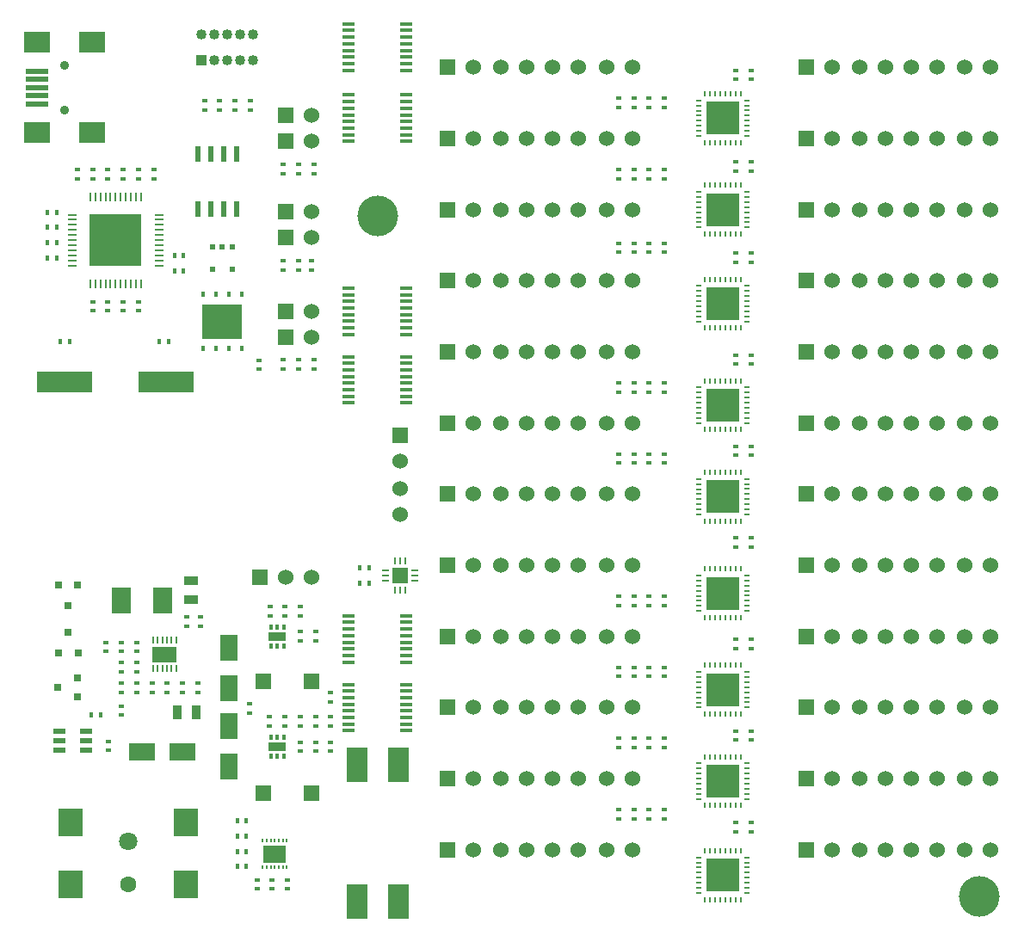
<source format=gts>
%TF.FileFunction,Soldermask,Top*%
%FSLAX46Y46*%
G04 Gerber Fmt 4.6, Leading zero omitted, Abs format (unit mm)*
G04 Created by KiCad (PCBNEW (2014-10-18 BZR 5203)-product) date 11/17/2014 11:17:48 AM*
%MOMM*%
G01*
G04 APERTURE LIST*
%ADD10C,0.150000*%
%ADD11C,0.900000*%
%ADD12R,2.250000X0.500000*%
%ADD13R,2.500000X2.000000*%
%ADD14R,2.499360X1.800860*%
%ADD15R,1.800860X2.499360*%
%ADD16C,1.016000*%
%ADD17R,1.016000X1.016000*%
%ADD18R,1.524000X1.524000*%
%ADD19C,1.524000*%
%ADD20R,2.000000X3.500000*%
%ADD21R,0.700000X0.250000*%
%ADD22R,0.250000X0.700000*%
%ADD23R,1.650000X1.650000*%
%ADD24R,0.840000X0.230000*%
%ADD25R,0.230000X0.840000*%
%ADD26R,5.200000X5.200000*%
%ADD27R,1.270000X0.381000*%
%ADD28R,0.599440X0.248920*%
%ADD29R,0.248920X0.599440*%
%ADD30R,3.299460X3.299460*%
%ADD31R,5.500000X2.000000*%
%ADD32R,0.599440X0.398780*%
%ADD33R,0.398780X0.599440*%
%ADD34R,0.800100X0.800100*%
%ADD35R,0.600000X1.550000*%
%ADD36R,0.400000X0.600000*%
%ADD37R,4.000000X3.400000*%
%ADD38R,1.700000X0.950000*%
%ADD39R,0.400000X0.470000*%
%ADD40R,2.300000X1.700000*%
%ADD41R,0.200000X0.400000*%
%ADD42R,1.220000X0.620000*%
%ADD43R,2.380000X1.650000*%
%ADD44R,0.889000X1.397000*%
%ADD45R,1.397000X0.889000*%
%ADD46R,0.500000X0.600000*%
%ADD47C,1.600000*%
%ADD48C,1.800000*%
%ADD49R,2.400000X2.800000*%
%ADD50C,4.000000*%
%ADD51R,1.895000X2.500000*%
%ADD52R,1.500000X1.500000*%
G04 APERTURE END LIST*
D10*
D11*
X91000000Y-65200000D03*
X91000000Y-60800000D03*
D12*
X88275000Y-64600000D03*
X88275000Y-63800000D03*
X88275000Y-63000000D03*
X88275000Y-62200000D03*
X88275000Y-61400000D03*
D13*
X88275000Y-67450000D03*
X88275000Y-58550000D03*
X93725000Y-67450000D03*
X93725000Y-58550000D03*
D14*
X98581020Y-128340000D03*
X102578980Y-128340000D03*
D15*
X107160000Y-118101020D03*
X107160000Y-122098980D03*
X107160000Y-125851020D03*
X107160000Y-129848980D03*
D16*
X108270000Y-60270000D03*
D17*
X104460000Y-60270000D03*
D16*
X104460000Y-57730000D03*
X105730000Y-60270000D03*
X105730000Y-57730000D03*
X107000000Y-60270000D03*
X107000000Y-57730000D03*
X108270000Y-57730000D03*
X109540000Y-60270000D03*
X109540000Y-57730000D03*
D18*
X128680000Y-61000000D03*
D19*
X131220000Y-61000000D03*
X133940000Y-61000000D03*
X136480000Y-61000000D03*
X139020000Y-61000000D03*
X141560000Y-61000000D03*
X144280000Y-61000000D03*
X146820000Y-61000000D03*
D18*
X163930000Y-61000000D03*
D19*
X166470000Y-61000000D03*
X169190000Y-61000000D03*
X171730000Y-61000000D03*
X174270000Y-61000000D03*
X176810000Y-61000000D03*
X179530000Y-61000000D03*
X182070000Y-61000000D03*
D18*
X128680000Y-89000000D03*
D19*
X131220000Y-89000000D03*
X133940000Y-89000000D03*
X136480000Y-89000000D03*
X139020000Y-89000000D03*
X141560000Y-89000000D03*
X144280000Y-89000000D03*
X146820000Y-89000000D03*
D18*
X163930000Y-89000000D03*
D19*
X166470000Y-89000000D03*
X169190000Y-89000000D03*
X171730000Y-89000000D03*
X174270000Y-89000000D03*
X176810000Y-89000000D03*
X179530000Y-89000000D03*
X182070000Y-89000000D03*
D18*
X128680000Y-117000000D03*
D19*
X131220000Y-117000000D03*
X133940000Y-117000000D03*
X136480000Y-117000000D03*
X139020000Y-117000000D03*
X141560000Y-117000000D03*
X144280000Y-117000000D03*
X146820000Y-117000000D03*
D18*
X163930000Y-117000000D03*
D19*
X166470000Y-117000000D03*
X169190000Y-117000000D03*
X171730000Y-117000000D03*
X174270000Y-117000000D03*
X176810000Y-117000000D03*
X179530000Y-117000000D03*
X182070000Y-117000000D03*
D18*
X128680000Y-68000000D03*
D19*
X131220000Y-68000000D03*
X133940000Y-68000000D03*
X136480000Y-68000000D03*
X139020000Y-68000000D03*
X141560000Y-68000000D03*
X144280000Y-68000000D03*
X146820000Y-68000000D03*
D18*
X163930000Y-68000000D03*
D19*
X166470000Y-68000000D03*
X169190000Y-68000000D03*
X171730000Y-68000000D03*
X174270000Y-68000000D03*
X176810000Y-68000000D03*
X179530000Y-68000000D03*
X182070000Y-68000000D03*
D18*
X128680000Y-75000000D03*
D19*
X131220000Y-75000000D03*
X133940000Y-75000000D03*
X136480000Y-75000000D03*
X139020000Y-75000000D03*
X141560000Y-75000000D03*
X144280000Y-75000000D03*
X146820000Y-75000000D03*
D18*
X163930000Y-75000000D03*
D19*
X166470000Y-75000000D03*
X169190000Y-75000000D03*
X171730000Y-75000000D03*
X174270000Y-75000000D03*
X176810000Y-75000000D03*
X179530000Y-75000000D03*
X182070000Y-75000000D03*
D18*
X128680000Y-82000000D03*
D19*
X131220000Y-82000000D03*
X133940000Y-82000000D03*
X136480000Y-82000000D03*
X139020000Y-82000000D03*
X141560000Y-82000000D03*
X144280000Y-82000000D03*
X146820000Y-82000000D03*
D18*
X163930000Y-82000000D03*
D19*
X166470000Y-82000000D03*
X169190000Y-82000000D03*
X171730000Y-82000000D03*
X174270000Y-82000000D03*
X176810000Y-82000000D03*
X179530000Y-82000000D03*
X182070000Y-82000000D03*
D18*
X128680000Y-124000000D03*
D19*
X131220000Y-124000000D03*
X133940000Y-124000000D03*
X136480000Y-124000000D03*
X139020000Y-124000000D03*
X141560000Y-124000000D03*
X144280000Y-124000000D03*
X146820000Y-124000000D03*
D18*
X163930000Y-124000000D03*
D19*
X166470000Y-124000000D03*
X169190000Y-124000000D03*
X171730000Y-124000000D03*
X174270000Y-124000000D03*
X176810000Y-124000000D03*
X179530000Y-124000000D03*
X182070000Y-124000000D03*
D18*
X128680000Y-131000000D03*
D19*
X131220000Y-131000000D03*
X133940000Y-131000000D03*
X136480000Y-131000000D03*
X139020000Y-131000000D03*
X141560000Y-131000000D03*
X144280000Y-131000000D03*
X146820000Y-131000000D03*
D18*
X163930000Y-131000000D03*
D19*
X166470000Y-131000000D03*
X169190000Y-131000000D03*
X171730000Y-131000000D03*
X174270000Y-131000000D03*
X176810000Y-131000000D03*
X179530000Y-131000000D03*
X182070000Y-131000000D03*
D18*
X128680000Y-138000000D03*
D19*
X131220000Y-138000000D03*
X133940000Y-138000000D03*
X136480000Y-138000000D03*
X139020000Y-138000000D03*
X141560000Y-138000000D03*
X144280000Y-138000000D03*
X146820000Y-138000000D03*
D18*
X163930000Y-138000000D03*
D19*
X166470000Y-138000000D03*
X169190000Y-138000000D03*
X171730000Y-138000000D03*
X174270000Y-138000000D03*
X176810000Y-138000000D03*
X179530000Y-138000000D03*
X182070000Y-138000000D03*
D18*
X128680000Y-96000000D03*
D19*
X131220000Y-96000000D03*
X133940000Y-96000000D03*
X136480000Y-96000000D03*
X139020000Y-96000000D03*
X141560000Y-96000000D03*
X144280000Y-96000000D03*
X146820000Y-96000000D03*
D18*
X163930000Y-96000000D03*
D19*
X166470000Y-96000000D03*
X169190000Y-96000000D03*
X171730000Y-96000000D03*
X174270000Y-96000000D03*
X176810000Y-96000000D03*
X179530000Y-96000000D03*
X182070000Y-96000000D03*
D18*
X128680000Y-103000000D03*
D19*
X131220000Y-103000000D03*
X133940000Y-103000000D03*
X136480000Y-103000000D03*
X139020000Y-103000000D03*
X141560000Y-103000000D03*
X144280000Y-103000000D03*
X146820000Y-103000000D03*
D18*
X163930000Y-103000000D03*
D19*
X166470000Y-103000000D03*
X169190000Y-103000000D03*
X171730000Y-103000000D03*
X174270000Y-103000000D03*
X176810000Y-103000000D03*
X179530000Y-103000000D03*
X182070000Y-103000000D03*
D18*
X128680000Y-110000000D03*
D19*
X131220000Y-110000000D03*
X133940000Y-110000000D03*
X136480000Y-110000000D03*
X139020000Y-110000000D03*
X141560000Y-110000000D03*
X144280000Y-110000000D03*
X146820000Y-110000000D03*
D18*
X163930000Y-110000000D03*
D19*
X166470000Y-110000000D03*
X169190000Y-110000000D03*
X171730000Y-110000000D03*
X174270000Y-110000000D03*
X176810000Y-110000000D03*
X179530000Y-110000000D03*
X182070000Y-110000000D03*
D20*
X119790000Y-143120000D03*
X119790000Y-129620000D03*
X123790000Y-143120000D03*
X123790000Y-129620000D03*
D19*
X115270000Y-68270000D03*
D18*
X112730000Y-68270000D03*
X112730000Y-65730000D03*
D19*
X115270000Y-65730000D03*
X115270000Y-77770000D03*
D18*
X112730000Y-77770000D03*
X112730000Y-75230000D03*
D19*
X115270000Y-75230000D03*
X115270000Y-87520000D03*
D18*
X112730000Y-87520000D03*
X112730000Y-84980000D03*
D19*
X115270000Y-84980000D03*
D18*
X110160000Y-111200000D03*
D19*
X112700000Y-111200000D03*
X115240000Y-111200000D03*
D21*
X122550000Y-110500000D03*
X122550000Y-111000000D03*
X122550000Y-111500000D03*
D22*
X123500000Y-112450000D03*
X124000000Y-112450000D03*
X124500000Y-112450000D03*
D21*
X125450000Y-111500000D03*
X125450000Y-111000000D03*
X125450000Y-110500000D03*
D22*
X124500000Y-109550000D03*
X124000000Y-109550000D03*
X123500000Y-109550000D03*
D23*
X124000000Y-111000000D03*
D24*
X91720000Y-75500000D03*
X91720000Y-76000000D03*
X91720000Y-76500000D03*
X91720000Y-77000000D03*
X91720000Y-77500000D03*
X91720000Y-78000000D03*
X91720000Y-78500000D03*
X91720000Y-79000000D03*
X91720000Y-79500000D03*
X91720000Y-80000000D03*
X91720000Y-80500000D03*
D25*
X93500000Y-82280000D03*
X94000000Y-82280000D03*
X94500000Y-82280000D03*
X95000000Y-82280000D03*
X95500000Y-82280000D03*
X96000000Y-82280000D03*
X96500000Y-82280000D03*
X97000000Y-82280000D03*
X97500000Y-82280000D03*
X98000000Y-82280000D03*
X98500000Y-82280000D03*
D24*
X100280000Y-80500000D03*
X100280000Y-80000000D03*
X100280000Y-79500000D03*
X100280000Y-79000000D03*
X100280000Y-78500000D03*
X100280000Y-78000000D03*
X100280000Y-77500000D03*
X100280000Y-77000000D03*
X100280000Y-76500000D03*
X100280000Y-76000000D03*
X100280000Y-75500000D03*
D25*
X98500000Y-73720000D03*
X98000000Y-73720000D03*
X97500000Y-73720000D03*
X97000000Y-73720000D03*
X96500000Y-73720000D03*
X96000000Y-73720000D03*
X95500000Y-73720000D03*
X95000000Y-73720000D03*
X94500000Y-73720000D03*
X94000000Y-73720000D03*
X93500000Y-73720000D03*
D26*
X96000000Y-78000000D03*
D27*
X124549080Y-68275840D03*
X124549080Y-67625600D03*
X124549080Y-66975360D03*
X124549080Y-66325120D03*
X124549080Y-65674880D03*
X124549080Y-65024640D03*
X124549080Y-64374400D03*
X124549080Y-63724160D03*
X118950920Y-63724160D03*
X118950920Y-64374400D03*
X118950920Y-65024640D03*
X118950920Y-65674880D03*
X118950920Y-66325120D03*
X118950920Y-66975360D03*
X118950920Y-67625600D03*
X118950920Y-68275840D03*
X124549080Y-94025840D03*
X124549080Y-93375600D03*
X124549080Y-92725360D03*
X124549080Y-92075120D03*
X124549080Y-91424880D03*
X124549080Y-90774640D03*
X124549080Y-90124400D03*
X124549080Y-89474160D03*
X118950920Y-89474160D03*
X118950920Y-90124400D03*
X118950920Y-90774640D03*
X118950920Y-91424880D03*
X118950920Y-92075120D03*
X118950920Y-92725360D03*
X118950920Y-93375600D03*
X118950920Y-94025840D03*
X124549080Y-119525840D03*
X124549080Y-118875600D03*
X124549080Y-118225360D03*
X124549080Y-117575120D03*
X124549080Y-116924880D03*
X124549080Y-116274640D03*
X124549080Y-115624400D03*
X124549080Y-114974160D03*
X118950920Y-114974160D03*
X118950920Y-115624400D03*
X118950920Y-116274640D03*
X118950920Y-116924880D03*
X118950920Y-117575120D03*
X118950920Y-118225360D03*
X118950920Y-118875600D03*
X118950920Y-119525840D03*
X124549080Y-61275840D03*
X124549080Y-60625600D03*
X124549080Y-59975360D03*
X124549080Y-59325120D03*
X124549080Y-58674880D03*
X124549080Y-58024640D03*
X124549080Y-57374400D03*
X124549080Y-56724160D03*
X118950920Y-56724160D03*
X118950920Y-57374400D03*
X118950920Y-58024640D03*
X118950920Y-58674880D03*
X118950920Y-59325120D03*
X118950920Y-59975360D03*
X118950920Y-60625600D03*
X118950920Y-61275840D03*
D28*
X153352240Y-64252480D03*
X153352240Y-64752860D03*
X153352240Y-65253240D03*
X153352240Y-65753620D03*
X153352240Y-66251460D03*
X153352240Y-66751840D03*
X153352240Y-67252220D03*
X153352240Y-67752600D03*
D29*
X155998920Y-68402840D03*
X156496760Y-68402840D03*
X156997140Y-68402840D03*
X157497520Y-68402840D03*
D30*
X155750000Y-66000000D03*
D29*
X153999940Y-68402840D03*
X154500320Y-68402840D03*
X155000700Y-68402840D03*
X155498540Y-68402840D03*
D28*
X158147760Y-67747520D03*
X158150300Y-67247140D03*
X158150300Y-66749300D03*
X158150300Y-66248920D03*
X158150300Y-65748540D03*
X158150300Y-65248160D03*
X158150300Y-64747780D03*
X158150300Y-64247400D03*
D29*
X157500060Y-63599700D03*
X156999680Y-63599700D03*
X156499300Y-63599700D03*
X156001460Y-63599700D03*
X155501080Y-63599700D03*
X155000700Y-63599700D03*
X154500320Y-63599700D03*
X153999940Y-63599700D03*
D28*
X153352240Y-73252480D03*
X153352240Y-73752860D03*
X153352240Y-74253240D03*
X153352240Y-74753620D03*
X153352240Y-75251460D03*
X153352240Y-75751840D03*
X153352240Y-76252220D03*
X153352240Y-76752600D03*
D29*
X155998920Y-77402840D03*
X156496760Y-77402840D03*
X156997140Y-77402840D03*
X157497520Y-77402840D03*
D30*
X155750000Y-75000000D03*
D29*
X153999940Y-77402840D03*
X154500320Y-77402840D03*
X155000700Y-77402840D03*
X155498540Y-77402840D03*
D28*
X158147760Y-76747520D03*
X158150300Y-76247140D03*
X158150300Y-75749300D03*
X158150300Y-75248920D03*
X158150300Y-74748540D03*
X158150300Y-74248160D03*
X158150300Y-73747780D03*
X158150300Y-73247400D03*
D29*
X157500060Y-72599700D03*
X156999680Y-72599700D03*
X156499300Y-72599700D03*
X156001460Y-72599700D03*
X155501080Y-72599700D03*
X155000700Y-72599700D03*
X154500320Y-72599700D03*
X153999940Y-72599700D03*
D28*
X153352240Y-82502480D03*
X153352240Y-83002860D03*
X153352240Y-83503240D03*
X153352240Y-84003620D03*
X153352240Y-84501460D03*
X153352240Y-85001840D03*
X153352240Y-85502220D03*
X153352240Y-86002600D03*
D29*
X155998920Y-86652840D03*
X156496760Y-86652840D03*
X156997140Y-86652840D03*
X157497520Y-86652840D03*
D30*
X155750000Y-84250000D03*
D29*
X153999940Y-86652840D03*
X154500320Y-86652840D03*
X155000700Y-86652840D03*
X155498540Y-86652840D03*
D28*
X158147760Y-85997520D03*
X158150300Y-85497140D03*
X158150300Y-84999300D03*
X158150300Y-84498920D03*
X158150300Y-83998540D03*
X158150300Y-83498160D03*
X158150300Y-82997780D03*
X158150300Y-82497400D03*
D29*
X157500060Y-81849700D03*
X156999680Y-81849700D03*
X156499300Y-81849700D03*
X156001460Y-81849700D03*
X155501080Y-81849700D03*
X155000700Y-81849700D03*
X154500320Y-81849700D03*
X153999940Y-81849700D03*
D28*
X153352240Y-120502480D03*
X153352240Y-121002860D03*
X153352240Y-121503240D03*
X153352240Y-122003620D03*
X153352240Y-122501460D03*
X153352240Y-123001840D03*
X153352240Y-123502220D03*
X153352240Y-124002600D03*
D29*
X155998920Y-124652840D03*
X156496760Y-124652840D03*
X156997140Y-124652840D03*
X157497520Y-124652840D03*
D30*
X155750000Y-122250000D03*
D29*
X153999940Y-124652840D03*
X154500320Y-124652840D03*
X155000700Y-124652840D03*
X155498540Y-124652840D03*
D28*
X158147760Y-123997520D03*
X158150300Y-123497140D03*
X158150300Y-122999300D03*
X158150300Y-122498920D03*
X158150300Y-121998540D03*
X158150300Y-121498160D03*
X158150300Y-120997780D03*
X158150300Y-120497400D03*
D29*
X157500060Y-119849700D03*
X156999680Y-119849700D03*
X156499300Y-119849700D03*
X156001460Y-119849700D03*
X155501080Y-119849700D03*
X155000700Y-119849700D03*
X154500320Y-119849700D03*
X153999940Y-119849700D03*
D28*
X153352240Y-129502480D03*
X153352240Y-130002860D03*
X153352240Y-130503240D03*
X153352240Y-131003620D03*
X153352240Y-131501460D03*
X153352240Y-132001840D03*
X153352240Y-132502220D03*
X153352240Y-133002600D03*
D29*
X155998920Y-133652840D03*
X156496760Y-133652840D03*
X156997140Y-133652840D03*
X157497520Y-133652840D03*
D30*
X155750000Y-131250000D03*
D29*
X153999940Y-133652840D03*
X154500320Y-133652840D03*
X155000700Y-133652840D03*
X155498540Y-133652840D03*
D28*
X158147760Y-132997520D03*
X158150300Y-132497140D03*
X158150300Y-131999300D03*
X158150300Y-131498920D03*
X158150300Y-130998540D03*
X158150300Y-130498160D03*
X158150300Y-129997780D03*
X158150300Y-129497400D03*
D29*
X157500060Y-128849700D03*
X156999680Y-128849700D03*
X156499300Y-128849700D03*
X156001460Y-128849700D03*
X155501080Y-128849700D03*
X155000700Y-128849700D03*
X154500320Y-128849700D03*
X153999940Y-128849700D03*
D28*
X153352240Y-138752480D03*
X153352240Y-139252860D03*
X153352240Y-139753240D03*
X153352240Y-140253620D03*
X153352240Y-140751460D03*
X153352240Y-141251840D03*
X153352240Y-141752220D03*
X153352240Y-142252600D03*
D29*
X155998920Y-142902840D03*
X156496760Y-142902840D03*
X156997140Y-142902840D03*
X157497520Y-142902840D03*
D30*
X155750000Y-140500000D03*
D29*
X153999940Y-142902840D03*
X154500320Y-142902840D03*
X155000700Y-142902840D03*
X155498540Y-142902840D03*
D28*
X158147760Y-142247520D03*
X158150300Y-141747140D03*
X158150300Y-141249300D03*
X158150300Y-140748920D03*
X158150300Y-140248540D03*
X158150300Y-139748160D03*
X158150300Y-139247780D03*
X158150300Y-138747400D03*
D29*
X157500060Y-138099700D03*
X156999680Y-138099700D03*
X156499300Y-138099700D03*
X156001460Y-138099700D03*
X155501080Y-138099700D03*
X155000700Y-138099700D03*
X154500320Y-138099700D03*
X153999940Y-138099700D03*
D28*
X153352240Y-92502480D03*
X153352240Y-93002860D03*
X153352240Y-93503240D03*
X153352240Y-94003620D03*
X153352240Y-94501460D03*
X153352240Y-95001840D03*
X153352240Y-95502220D03*
X153352240Y-96002600D03*
D29*
X155998920Y-96652840D03*
X156496760Y-96652840D03*
X156997140Y-96652840D03*
X157497520Y-96652840D03*
D30*
X155750000Y-94250000D03*
D29*
X153999940Y-96652840D03*
X154500320Y-96652840D03*
X155000700Y-96652840D03*
X155498540Y-96652840D03*
D28*
X158147760Y-95997520D03*
X158150300Y-95497140D03*
X158150300Y-94999300D03*
X158150300Y-94498920D03*
X158150300Y-93998540D03*
X158150300Y-93498160D03*
X158150300Y-92997780D03*
X158150300Y-92497400D03*
D29*
X157500060Y-91849700D03*
X156999680Y-91849700D03*
X156499300Y-91849700D03*
X156001460Y-91849700D03*
X155501080Y-91849700D03*
X155000700Y-91849700D03*
X154500320Y-91849700D03*
X153999940Y-91849700D03*
D31*
X101000000Y-92000000D03*
X91000000Y-92000000D03*
D32*
X93750000Y-84050420D03*
X93750000Y-84949580D03*
X95250000Y-84050420D03*
X95250000Y-84949580D03*
D33*
X90199580Y-75250000D03*
X89300420Y-75250000D03*
X90199580Y-76750000D03*
X89300420Y-76750000D03*
D32*
X92250000Y-71949580D03*
X92250000Y-71050420D03*
X93750000Y-71949580D03*
X93750000Y-71050420D03*
X95250000Y-71949580D03*
X95250000Y-71050420D03*
X96750000Y-71949580D03*
X96750000Y-71050420D03*
X98250000Y-71949580D03*
X98250000Y-71050420D03*
D33*
X101800420Y-79500000D03*
X102699580Y-79500000D03*
D32*
X99750000Y-71949580D03*
X99750000Y-71050420D03*
D33*
X101800420Y-81000000D03*
X102699580Y-81000000D03*
D32*
X95280000Y-128239580D03*
X95280000Y-127340420D03*
X112910000Y-140970420D03*
X112910000Y-141869580D03*
D33*
X107960420Y-135170000D03*
X108859580Y-135170000D03*
D32*
X96580000Y-123840420D03*
X96580000Y-124739580D03*
X158500000Y-62199580D03*
X158500000Y-61300420D03*
X158500000Y-71199580D03*
X158500000Y-70300420D03*
X158500000Y-80199580D03*
X158500000Y-79300420D03*
X158500000Y-118199580D03*
X158500000Y-117300420D03*
X158500000Y-127199580D03*
X158500000Y-126300420D03*
X158500000Y-136199580D03*
X158500000Y-135300420D03*
X158500000Y-90199580D03*
X158500000Y-89300420D03*
X158500000Y-99199580D03*
X158500000Y-98300420D03*
X158500000Y-108199580D03*
X158500000Y-107300420D03*
X148500000Y-64949580D03*
X148500000Y-64050420D03*
X148500000Y-71050420D03*
X148500000Y-71949580D03*
X148500000Y-78300420D03*
X148500000Y-79199580D03*
X148500000Y-120050420D03*
X148500000Y-120949580D03*
X148500000Y-127050420D03*
X148500000Y-127949580D03*
X148500000Y-134050420D03*
X148500000Y-134949580D03*
X148500000Y-92949580D03*
X148500000Y-92050420D03*
X148500000Y-99949580D03*
X148500000Y-99050420D03*
X109910000Y-140970420D03*
X109910000Y-141869580D03*
X147000000Y-64949580D03*
X147000000Y-64050420D03*
X147000000Y-71050420D03*
X147000000Y-71949580D03*
X147000000Y-78300420D03*
X147000000Y-79199580D03*
X111410000Y-140970420D03*
X111410000Y-141869580D03*
X147000000Y-120050420D03*
X147000000Y-120949580D03*
X147000000Y-127050420D03*
X147000000Y-127949580D03*
X147000000Y-134050420D03*
X147000000Y-134949580D03*
X147000000Y-92949580D03*
X147000000Y-92050420D03*
X147000000Y-99949580D03*
X147000000Y-99050420D03*
D34*
X92280760Y-122990000D03*
X92280760Y-121090000D03*
X90281780Y-122040000D03*
D32*
X148500000Y-113050420D03*
X148500000Y-113949580D03*
X147000000Y-113050420D03*
X147000000Y-113949580D03*
D35*
X104095000Y-74950000D03*
X105365000Y-74950000D03*
X106635000Y-74950000D03*
X107905000Y-74950000D03*
X107905000Y-69550000D03*
X106635000Y-69550000D03*
X105365000Y-69550000D03*
X104095000Y-69550000D03*
D36*
X104595000Y-88700000D03*
X105865000Y-88700000D03*
X107153000Y-88700000D03*
X108405000Y-88700000D03*
X108405000Y-83300000D03*
X107135000Y-83300000D03*
X105865000Y-83300000D03*
X104595000Y-83300000D03*
D37*
X106500000Y-86000000D03*
D28*
X153352240Y-101502480D03*
X153352240Y-102002860D03*
X153352240Y-102503240D03*
X153352240Y-103003620D03*
X153352240Y-103501460D03*
X153352240Y-104001840D03*
X153352240Y-104502220D03*
X153352240Y-105002600D03*
D29*
X155998920Y-105652840D03*
X156496760Y-105652840D03*
X156997140Y-105652840D03*
X157497520Y-105652840D03*
D30*
X155750000Y-103250000D03*
D29*
X153999940Y-105652840D03*
X154500320Y-105652840D03*
X155000700Y-105652840D03*
X155498540Y-105652840D03*
D28*
X158147760Y-104997520D03*
X158150300Y-104497140D03*
X158150300Y-103999300D03*
X158150300Y-103498920D03*
X158150300Y-102998540D03*
X158150300Y-102498160D03*
X158150300Y-101997780D03*
X158150300Y-101497400D03*
D29*
X157500060Y-100849700D03*
X156999680Y-100849700D03*
X156499300Y-100849700D03*
X156001460Y-100849700D03*
X155501080Y-100849700D03*
X155000700Y-100849700D03*
X154500320Y-100849700D03*
X153999940Y-100849700D03*
D28*
X153352240Y-111002480D03*
X153352240Y-111502860D03*
X153352240Y-112003240D03*
X153352240Y-112503620D03*
X153352240Y-113001460D03*
X153352240Y-113501840D03*
X153352240Y-114002220D03*
X153352240Y-114502600D03*
D29*
X155998920Y-115152840D03*
X156496760Y-115152840D03*
X156997140Y-115152840D03*
X157497520Y-115152840D03*
D30*
X155750000Y-112750000D03*
D29*
X153999940Y-115152840D03*
X154500320Y-115152840D03*
X155000700Y-115152840D03*
X155498540Y-115152840D03*
D28*
X158147760Y-114497520D03*
X158150300Y-113997140D03*
X158150300Y-113499300D03*
X158150300Y-112998920D03*
X158150300Y-112498540D03*
X158150300Y-111998160D03*
X158150300Y-111497780D03*
X158150300Y-110997400D03*
D29*
X157500060Y-110349700D03*
X156999680Y-110349700D03*
X156499300Y-110349700D03*
X156001460Y-110349700D03*
X155501080Y-110349700D03*
X155000700Y-110349700D03*
X154500320Y-110349700D03*
X153999940Y-110349700D03*
D38*
X111920000Y-117000000D03*
D39*
X112570000Y-116085000D03*
X111920000Y-116085000D03*
X111270000Y-116085000D03*
X111270000Y-117915000D03*
X111920000Y-117915000D03*
X112570000Y-117915000D03*
D38*
X111910000Y-127850000D03*
D39*
X112560000Y-126935000D03*
X111910000Y-126935000D03*
X111260000Y-126935000D03*
X111260000Y-128765000D03*
X111910000Y-128765000D03*
X112560000Y-128765000D03*
D40*
X111660000Y-138420000D03*
D41*
X110460000Y-139720000D03*
X110860000Y-139720000D03*
X111260000Y-139720000D03*
X111660000Y-139720000D03*
X112060000Y-139720000D03*
X112460000Y-139720000D03*
X112860000Y-139720000D03*
X112860000Y-137120000D03*
X112460000Y-137120000D03*
X112060000Y-137120000D03*
X111660000Y-137120000D03*
X111260000Y-137120000D03*
X110860000Y-137120000D03*
X110460000Y-137120000D03*
D42*
X90470000Y-128240000D03*
X90470000Y-127290000D03*
X90470000Y-126340000D03*
X93090000Y-128240000D03*
X93090000Y-127290000D03*
X93090000Y-126340000D03*
D22*
X101955000Y-117390000D03*
X101505000Y-117390000D03*
X101055000Y-117390000D03*
X100605000Y-117390000D03*
X100155000Y-117390000D03*
X99705000Y-117390000D03*
X99705000Y-120190000D03*
X100155000Y-120190000D03*
X100605000Y-120190000D03*
X101055000Y-120190000D03*
X101505000Y-120190000D03*
X101955000Y-120190000D03*
D43*
X100830000Y-118790000D03*
D27*
X124549080Y-87275840D03*
X124549080Y-86625600D03*
X124549080Y-85975360D03*
X124549080Y-85325120D03*
X124549080Y-84674880D03*
X124549080Y-84024640D03*
X124549080Y-83374400D03*
X124549080Y-82724160D03*
X118950920Y-82724160D03*
X118950920Y-83374400D03*
X118950920Y-84024640D03*
X118950920Y-84674880D03*
X118950920Y-85325120D03*
X118950920Y-85975360D03*
X118950920Y-86625600D03*
X118950920Y-87275840D03*
X124549080Y-126275840D03*
X124549080Y-125625600D03*
X124549080Y-124975360D03*
X124549080Y-124325120D03*
X124549080Y-123674880D03*
X124549080Y-123024640D03*
X124549080Y-122374400D03*
X124549080Y-121724160D03*
X118950920Y-121724160D03*
X118950920Y-122374400D03*
X118950920Y-123024640D03*
X118950920Y-123674880D03*
X118950920Y-124325120D03*
X118950920Y-124975360D03*
X118950920Y-125625600D03*
X118950920Y-126275840D03*
D32*
X112500000Y-90699580D03*
X112500000Y-89800420D03*
X111170000Y-114949580D03*
X111170000Y-114050420D03*
X111160000Y-125799580D03*
X111160000Y-124900420D03*
X115250000Y-80949580D03*
X115250000Y-80050420D03*
X114170000Y-117449580D03*
X114170000Y-116550420D03*
X114160000Y-128299580D03*
X114160000Y-127400420D03*
D33*
X120949580Y-110250000D03*
X120050420Y-110250000D03*
X120949580Y-111750000D03*
X120050420Y-111750000D03*
D32*
X109160000Y-124549580D03*
X109160000Y-123650420D03*
X101080000Y-121590420D03*
X101080000Y-122489580D03*
X102980000Y-115989580D03*
X102980000Y-115090420D03*
D44*
X102027500Y-124440000D03*
X103932500Y-124440000D03*
D32*
X115670000Y-117449580D03*
X115670000Y-116550420D03*
X115660000Y-128299580D03*
X115660000Y-127400420D03*
X114000000Y-71449580D03*
X114000000Y-70550420D03*
X96580000Y-117590420D03*
X96580000Y-118489580D03*
X157000000Y-62199580D03*
X157000000Y-61300420D03*
X157000000Y-71199580D03*
X157000000Y-70300420D03*
X157000000Y-80199580D03*
X157000000Y-79300420D03*
X157000000Y-118199580D03*
X157000000Y-117300420D03*
X157000000Y-136199580D03*
X157000000Y-135300420D03*
X157000000Y-90199580D03*
X157000000Y-89300420D03*
X157000000Y-99199580D03*
X157000000Y-98300420D03*
X157000000Y-108199580D03*
X157000000Y-107300420D03*
D33*
X90199580Y-78250000D03*
X89300420Y-78250000D03*
X90199580Y-79750000D03*
X89300420Y-79750000D03*
D32*
X98080000Y-117590420D03*
X98080000Y-118489580D03*
D33*
X101199580Y-88000000D03*
X100300420Y-88000000D03*
X91449580Y-88000000D03*
X90550420Y-88000000D03*
D32*
X145500000Y-64050420D03*
X145500000Y-64949580D03*
X145500000Y-71949580D03*
X145500000Y-71050420D03*
X145500000Y-79199580D03*
X145500000Y-78300420D03*
X145500000Y-120949580D03*
X145500000Y-120050420D03*
X145500000Y-127949580D03*
X145500000Y-127050420D03*
X145500000Y-134949580D03*
X145500000Y-134050420D03*
X145500000Y-92050420D03*
X145500000Y-92949580D03*
X145500000Y-99050420D03*
X145500000Y-99949580D03*
X145500000Y-113949580D03*
X145500000Y-113050420D03*
X115500000Y-89800420D03*
X115500000Y-90699580D03*
X114000000Y-90699580D03*
X114000000Y-89800420D03*
D33*
X107960420Y-136670000D03*
X108859580Y-136670000D03*
D32*
X114000000Y-80050420D03*
X114000000Y-80949580D03*
X112500000Y-80949580D03*
X112500000Y-80050420D03*
X117160000Y-127400420D03*
X117160000Y-128299580D03*
X114170000Y-114050420D03*
X114170000Y-114949580D03*
X112670000Y-114949580D03*
X112670000Y-114050420D03*
X115660000Y-124900420D03*
X115660000Y-125799580D03*
X114160000Y-125799580D03*
X114160000Y-124900420D03*
X112660000Y-125799580D03*
X112660000Y-124900420D03*
D33*
X107960420Y-138170000D03*
X108859580Y-138170000D03*
D32*
X95080000Y-117590420D03*
X95080000Y-118489580D03*
X99580000Y-121590420D03*
X99580000Y-122489580D03*
X98080000Y-122489580D03*
X98080000Y-121590420D03*
X102580000Y-122489580D03*
X102580000Y-121590420D03*
X104380000Y-115090420D03*
X104380000Y-115989580D03*
X96580000Y-121590420D03*
X96580000Y-122489580D03*
X104080000Y-121590420D03*
X104080000Y-122489580D03*
D33*
X107960420Y-139670000D03*
X108859580Y-139670000D03*
D32*
X117160000Y-124900420D03*
X117160000Y-125799580D03*
D33*
X94529580Y-124740000D03*
X93630420Y-124740000D03*
D32*
X112500000Y-70550420D03*
X112500000Y-71449580D03*
X115500000Y-70550420D03*
X115500000Y-71449580D03*
X96580000Y-119590420D03*
X96580000Y-120489580D03*
X96750000Y-84949580D03*
X96750000Y-84050420D03*
X98250000Y-84949580D03*
X98250000Y-84050420D03*
X104750000Y-65199580D03*
X104750000Y-64300420D03*
X109250000Y-65199580D03*
X109250000Y-64300420D03*
X106250000Y-65199580D03*
X106250000Y-64300420D03*
X107750000Y-65199580D03*
X107750000Y-64300420D03*
X98080000Y-120489580D03*
X98080000Y-119590420D03*
X150000000Y-64050420D03*
X150000000Y-64949580D03*
X150000000Y-71949580D03*
X150000000Y-71050420D03*
X150000000Y-79199580D03*
X150000000Y-78300420D03*
X150000000Y-120949580D03*
X150000000Y-120050420D03*
X150000000Y-127949580D03*
X150000000Y-127050420D03*
X150000000Y-134949580D03*
X150000000Y-134050420D03*
X150000000Y-92050420D03*
X150000000Y-92949580D03*
X150000000Y-99050420D03*
X150000000Y-99949580D03*
X150000000Y-113949580D03*
X150000000Y-113050420D03*
D45*
X103380000Y-111487500D03*
X103380000Y-113392500D03*
D32*
X157000000Y-127199580D03*
X157000000Y-126300420D03*
D46*
X106500000Y-78650000D03*
X107450000Y-78650000D03*
X105550000Y-78650000D03*
X105550000Y-80850000D03*
X107450000Y-80850000D03*
D18*
X124000000Y-97180000D03*
D19*
X124000000Y-99720000D03*
X124000000Y-102440000D03*
X124000000Y-104980000D03*
D32*
X110150000Y-90709580D03*
X110150000Y-89810420D03*
D34*
X90390000Y-118590760D03*
X92290000Y-118590760D03*
X91340000Y-116591780D03*
X92280000Y-111979240D03*
X90380000Y-111979240D03*
X91330000Y-113978220D03*
D47*
X97250000Y-141400000D03*
D48*
X97250000Y-137150000D03*
D49*
X91550000Y-141400000D03*
X91550000Y-135300000D03*
X102950000Y-141400000D03*
X102950000Y-135300000D03*
D50*
X121790000Y-75650000D03*
X180980000Y-142620000D03*
D32*
X117150000Y-123449580D03*
X117150000Y-122550420D03*
D51*
X96532500Y-113440000D03*
X100627500Y-113440000D03*
D52*
X110560000Y-121400000D03*
X115260000Y-121400000D03*
X110560000Y-132460000D03*
X115260000Y-132460000D03*
M02*

</source>
